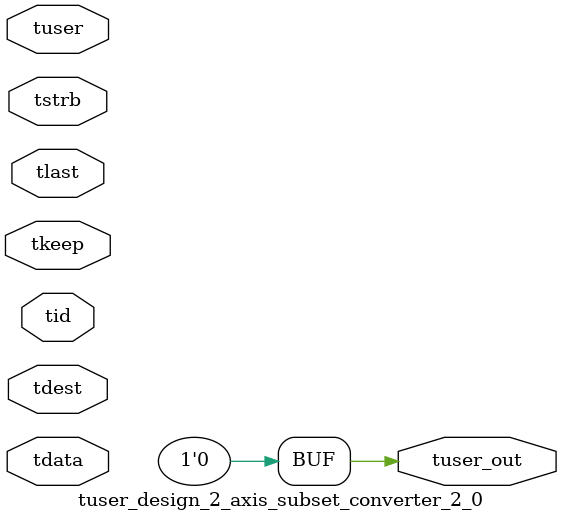
<source format=v>


`timescale 1ps/1ps

module tuser_design_2_axis_subset_converter_2_0 #
(
parameter C_S_AXIS_TUSER_WIDTH = 1,
parameter C_S_AXIS_TDATA_WIDTH = 32,
parameter C_S_AXIS_TID_WIDTH   = 0,
parameter C_S_AXIS_TDEST_WIDTH = 0,
parameter C_M_AXIS_TUSER_WIDTH = 1
)
(
input  [(C_S_AXIS_TUSER_WIDTH == 0 ? 1 : C_S_AXIS_TUSER_WIDTH)-1:0     ] tuser,
input  [(C_S_AXIS_TDATA_WIDTH == 0 ? 1 : C_S_AXIS_TDATA_WIDTH)-1:0     ] tdata,
input  [(C_S_AXIS_TID_WIDTH   == 0 ? 1 : C_S_AXIS_TID_WIDTH)-1:0       ] tid,
input  [(C_S_AXIS_TDEST_WIDTH == 0 ? 1 : C_S_AXIS_TDEST_WIDTH)-1:0     ] tdest,
input  [(C_S_AXIS_TDATA_WIDTH/8)-1:0 ] tkeep,
input  [(C_S_AXIS_TDATA_WIDTH/8)-1:0 ] tstrb,
input                                                                    tlast,
output [C_M_AXIS_TUSER_WIDTH-1:0] tuser_out
);

assign tuser_out = {1'b0};

endmodule


</source>
